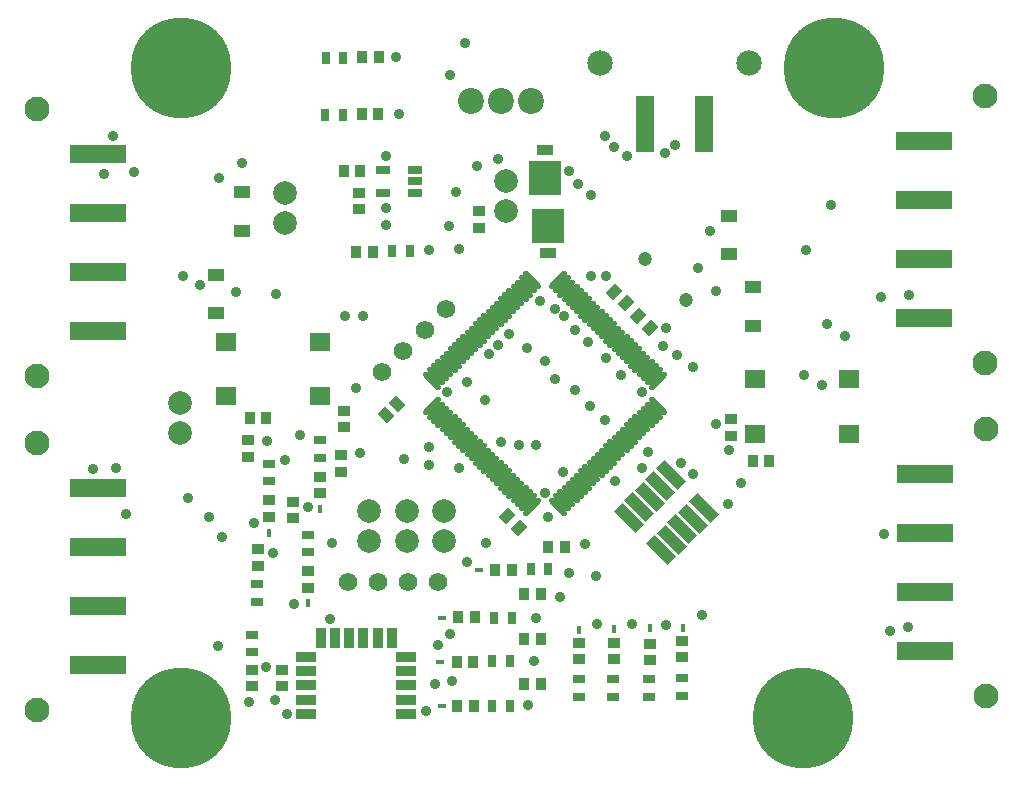
<source format=gts>
G04 Layer_Color=8388736*
%FSLAX44Y44*%
%MOMM*%
G71*
G01*
G75*
%ADD45R,0.4500X0.7747*%
%ADD46R,0.7747X0.4500*%
%ADD47R,0.7000X1.0000*%
%ADD48R,1.2000X0.8000*%
%ADD49R,1.7000X0.9000*%
%ADD50R,0.9000X1.7000*%
G04:AMPARAMS|DCode=51|XSize=0.5mm|YSize=2mm|CornerRadius=0mm|HoleSize=0mm|Usage=FLASHONLY|Rotation=315.000|XOffset=0mm|YOffset=0mm|HoleType=Round|Shape=Round|*
%AMOVALD51*
21,1,1.5000,0.5000,0.0000,0.0000,45.0*
1,1,0.5000,-0.5303,-0.5303*
1,1,0.5000,0.5303,0.5303*
%
%ADD51OVALD51*%

G04:AMPARAMS|DCode=52|XSize=0.5mm|YSize=2mm|CornerRadius=0mm|HoleSize=0mm|Usage=FLASHONLY|Rotation=225.000|XOffset=0mm|YOffset=0mm|HoleType=Round|Shape=Round|*
%AMOVALD52*
21,1,1.5000,0.5000,0.0000,0.0000,315.0*
1,1,0.5000,-0.5303,0.5303*
1,1,0.5000,0.5303,-0.5303*
%
%ADD52OVALD52*%

%ADD53C,0.0762*%
%ADD54R,1.1000X0.9000*%
%ADD55R,0.9000X1.1000*%
%ADD56R,1.6000X4.7000*%
%ADD57R,4.7000X1.6000*%
%ADD58R,1.0000X0.7000*%
%ADD59R,1.7500X1.6000*%
G04:AMPARAMS|DCode=60|XSize=2.6mm|YSize=0.96mm|CornerRadius=0mm|HoleSize=0mm|Usage=FLASHONLY|Rotation=135.000|XOffset=0mm|YOffset=0mm|HoleType=Round|Shape=Rectangle|*
%AMROTATEDRECTD60*
4,1,4,1.2587,-0.5798,0.5798,-1.2587,-1.2587,0.5798,-0.5798,1.2587,1.2587,-0.5798,0.0*
%
%ADD60ROTATEDRECTD60*%

%ADD61R,1.4000X1.0500*%
%ADD62R,1.4700X0.9620*%
%ADD63R,2.7400X2.8700*%
G04:AMPARAMS|DCode=64|XSize=1.1mm|YSize=0.9mm|CornerRadius=0mm|HoleSize=0mm|Usage=FLASHONLY|Rotation=135.000|XOffset=0mm|YOffset=0mm|HoleType=Round|Shape=Rectangle|*
%AMROTATEDRECTD64*
4,1,4,0.7071,-0.0707,0.0707,-0.7071,-0.7071,0.0707,-0.0707,0.7071,0.7071,-0.0707,0.0*
%
%ADD64ROTATEDRECTD64*%

G04:AMPARAMS|DCode=65|XSize=1.1mm|YSize=0.9mm|CornerRadius=0mm|HoleSize=0mm|Usage=FLASHONLY|Rotation=225.000|XOffset=0mm|YOffset=0mm|HoleType=Round|Shape=Rectangle|*
%AMROTATEDRECTD65*
4,1,4,0.0707,0.7071,0.7071,0.0707,-0.0707,-0.7071,-0.7071,-0.0707,0.0707,0.7071,0.0*
%
%ADD65ROTATEDRECTD65*%

%ADD66C,8.5000*%
%ADD67C,2.0000*%
%ADD68C,1.2000*%
%ADD69C,2.2000*%
%ADD70C,2.1500*%
%ADD71C,2.1532*%
%ADD72C,1.5716*%
%ADD73C,2.1000*%
%ADD74C,0.9000*%
D45*
X1099820Y455951D02*
D03*
X1071880D02*
D03*
X1041400Y455231D02*
D03*
X1012236Y454850D02*
D03*
X792479Y557368D02*
D03*
X782319Y477357D02*
D03*
X749301Y536638D02*
D03*
D46*
X896049Y464820D02*
D03*
X927798Y505460D02*
D03*
X894629Y427190D02*
D03*
X895987Y390360D02*
D03*
D47*
X812000Y890740D02*
D03*
X797000D02*
D03*
X940100Y464820D02*
D03*
X955100D02*
D03*
X971080Y506260D02*
D03*
X986080D02*
D03*
X938530Y427990D02*
D03*
X953530D02*
D03*
X938830Y390360D02*
D03*
X953830D02*
D03*
X853670Y775015D02*
D03*
X868670D02*
D03*
X812650Y939000D02*
D03*
X797650D02*
D03*
D48*
X873540Y824890D02*
D03*
Y834390D02*
D03*
Y843890D02*
D03*
X846040D02*
D03*
Y824890D02*
D03*
D49*
X781050Y383670D02*
D03*
Y395670D02*
D03*
Y407670D02*
D03*
Y419670D02*
D03*
Y431670D02*
D03*
X866050D02*
D03*
Y419670D02*
D03*
Y407670D02*
D03*
Y395670D02*
D03*
Y383670D02*
D03*
D50*
X793550Y448170D02*
D03*
X805550D02*
D03*
X817550D02*
D03*
X829550D02*
D03*
X841550D02*
D03*
X853550D02*
D03*
D51*
X1079180Y665778D02*
D03*
X1075645Y669313D02*
D03*
X1072109Y672849D02*
D03*
X1068574Y676385D02*
D03*
X1065038Y679920D02*
D03*
X1061503Y683456D02*
D03*
X1057967Y686991D02*
D03*
X1054432Y690527D02*
D03*
X1050896Y694062D02*
D03*
X1047361Y697598D02*
D03*
X1043825Y701133D02*
D03*
X1040290Y704669D02*
D03*
X1036754Y708204D02*
D03*
X1033219Y711740D02*
D03*
X1029683Y715275D02*
D03*
X1026147Y718811D02*
D03*
X1022612Y722346D02*
D03*
X1019076Y725882D02*
D03*
X1015541Y729417D02*
D03*
X1012005Y732953D02*
D03*
X1008470Y736488D02*
D03*
X1004934Y740024D02*
D03*
X1001399Y743560D02*
D03*
X997863Y747095D02*
D03*
X994328Y750631D02*
D03*
X887554Y643858D02*
D03*
X891090Y640322D02*
D03*
X894625Y636786D02*
D03*
X898161Y633251D02*
D03*
X901697Y629715D02*
D03*
X905232Y626180D02*
D03*
X908768Y622644D02*
D03*
X912303Y619109D02*
D03*
X915839Y615573D02*
D03*
X919374Y612038D02*
D03*
X922910Y608502D02*
D03*
X926445Y604967D02*
D03*
X929981Y601431D02*
D03*
X933516Y597896D02*
D03*
X937052Y594360D02*
D03*
X940587Y590825D02*
D03*
X944123Y587289D02*
D03*
X947659Y583754D02*
D03*
X951194Y580218D02*
D03*
X954730Y576682D02*
D03*
X958265Y573147D02*
D03*
X961801Y569611D02*
D03*
X965336Y566076D02*
D03*
X968872Y562540D02*
D03*
X972407Y559005D02*
D03*
D52*
Y750631D02*
D03*
X968872Y747095D02*
D03*
X965336Y743560D02*
D03*
X961801Y740024D02*
D03*
X958265Y736488D02*
D03*
X954730Y732953D02*
D03*
X951194Y729417D02*
D03*
X947659Y725882D02*
D03*
X944123Y722346D02*
D03*
X940587Y718811D02*
D03*
X937052Y715275D02*
D03*
X933516Y711740D02*
D03*
X929981Y708204D02*
D03*
X926445Y704669D02*
D03*
X922910Y701133D02*
D03*
X919374Y697598D02*
D03*
X915839Y694062D02*
D03*
X912303Y690527D02*
D03*
X908768Y686991D02*
D03*
X905232Y683456D02*
D03*
X901697Y679920D02*
D03*
X898161Y676385D02*
D03*
X894625Y672849D02*
D03*
X891090Y669313D02*
D03*
X887554Y665778D02*
D03*
X994328Y559005D02*
D03*
X997863Y562540D02*
D03*
X1001399Y566076D02*
D03*
X1004934Y569611D02*
D03*
X1008470Y573147D02*
D03*
X1012005Y576682D02*
D03*
X1015541Y580218D02*
D03*
X1019076Y583754D02*
D03*
X1022612Y587289D02*
D03*
X1026147Y590825D02*
D03*
X1029683Y594360D02*
D03*
X1033219Y597896D02*
D03*
X1036754Y601431D02*
D03*
X1040290Y604967D02*
D03*
X1043825Y608502D02*
D03*
X1047361Y612038D02*
D03*
X1050896Y615573D02*
D03*
X1054432Y619109D02*
D03*
X1057967Y622644D02*
D03*
X1061503Y626180D02*
D03*
X1065038Y629715D02*
D03*
X1068574Y633251D02*
D03*
X1072109Y636786D02*
D03*
X1075645Y640322D02*
D03*
X1079180Y643858D02*
D03*
D53*
X1099820Y458470D02*
D03*
Y453220D02*
D03*
X1071880Y458470D02*
D03*
Y453220D02*
D03*
X1041400Y457751D02*
D03*
Y452501D02*
D03*
X1012236Y457370D02*
D03*
Y452120D02*
D03*
X792480Y554848D02*
D03*
Y560098D02*
D03*
X782320Y474838D02*
D03*
Y480088D02*
D03*
X749300Y534119D02*
D03*
Y539369D02*
D03*
X893529Y464820D02*
D03*
X898779D02*
D03*
X925279Y505460D02*
D03*
X930529D02*
D03*
X892109Y427190D02*
D03*
X897359D02*
D03*
X893468Y390360D02*
D03*
X898718D02*
D03*
D54*
X734860Y406870D02*
D03*
Y420870D02*
D03*
X1099397Y431398D02*
D03*
Y445398D02*
D03*
X1071926Y429008D02*
D03*
Y443008D02*
D03*
X1041447Y429628D02*
D03*
Y443628D02*
D03*
X1012236Y429628D02*
D03*
Y443628D02*
D03*
X810260Y602630D02*
D03*
Y588630D02*
D03*
X769620Y563260D02*
D03*
Y549260D02*
D03*
X731520Y615330D02*
D03*
Y601330D02*
D03*
X792480Y570200D02*
D03*
Y584200D02*
D03*
X782320Y490190D02*
D03*
Y504190D02*
D03*
X749300Y550505D02*
D03*
Y564505D02*
D03*
X739940Y509120D02*
D03*
Y523120D02*
D03*
X812800Y626110D02*
D03*
Y640110D02*
D03*
X760730Y421020D02*
D03*
Y407020D02*
D03*
X825500Y810880D02*
D03*
Y824880D02*
D03*
X927100Y809290D02*
D03*
Y795290D02*
D03*
X1140460Y619110D02*
D03*
Y633110D02*
D03*
D55*
X823660Y774215D02*
D03*
X837660D02*
D03*
X842010Y891540D02*
D03*
X828010D02*
D03*
X842660Y939800D02*
D03*
X828660D02*
D03*
X1000140Y524510D02*
D03*
X986140D02*
D03*
X979820Y447040D02*
D03*
X965820D02*
D03*
X979820Y408940D02*
D03*
X965820D02*
D03*
X941070Y505460D02*
D03*
X955070D02*
D03*
X908520Y427190D02*
D03*
X922520D02*
D03*
X979820Y485140D02*
D03*
X965820D02*
D03*
X908820Y390360D02*
D03*
X922820D02*
D03*
X910090Y465290D02*
D03*
X924090D02*
D03*
X733410Y633730D02*
D03*
X747410D02*
D03*
X1159157Y597825D02*
D03*
X1173157D02*
D03*
X812770Y843280D02*
D03*
X826770D02*
D03*
D56*
X1117700Y883220D02*
D03*
X1067700D02*
D03*
D57*
X1304290Y868350D02*
D03*
Y818350D02*
D03*
Y768350D02*
D03*
Y718350D02*
D03*
X1304860Y586840D02*
D03*
Y536840D02*
D03*
Y486840D02*
D03*
Y436840D02*
D03*
X604520Y707390D02*
D03*
Y757390D02*
D03*
Y807390D02*
D03*
Y857390D02*
D03*
Y424980D02*
D03*
Y474980D02*
D03*
Y524980D02*
D03*
Y574980D02*
D03*
D58*
X792950Y600210D02*
D03*
Y615210D02*
D03*
X749300Y580515D02*
D03*
Y595515D02*
D03*
X782320Y520200D02*
D03*
Y535200D02*
D03*
X735330Y435610D02*
D03*
Y450610D02*
D03*
X739470Y493110D02*
D03*
Y478110D02*
D03*
X1099350Y413870D02*
D03*
Y398870D02*
D03*
X1071457Y412998D02*
D03*
Y397998D02*
D03*
X1040976Y412998D02*
D03*
Y397998D02*
D03*
X1011767Y412998D02*
D03*
Y397998D02*
D03*
D59*
X1240577Y666685D02*
D03*
X1161077D02*
D03*
X1240577Y620685D02*
D03*
X1161077D02*
D03*
X713360Y652640D02*
D03*
X792860D02*
D03*
X713360Y698640D02*
D03*
X792860D02*
D03*
D60*
X1090022Y585469D02*
D03*
X1117599Y557892D02*
D03*
X1081042Y576489D02*
D03*
X1108619Y548912D02*
D03*
X1072061Y567509D02*
D03*
X1099639Y539931D02*
D03*
X1063081Y558528D02*
D03*
X1090658Y530951D02*
D03*
X1054101Y549548D02*
D03*
X1081678Y521971D02*
D03*
D61*
X1159827Y744855D02*
D03*
Y712355D02*
D03*
X726440Y792480D02*
D03*
Y824980D02*
D03*
X704850Y722630D02*
D03*
Y755130D02*
D03*
X1139190Y805180D02*
D03*
Y772680D02*
D03*
D62*
X982980Y861045D02*
D03*
X985520Y773445D02*
D03*
D63*
X982980Y837550D02*
D03*
X985520Y796940D02*
D03*
D64*
X848490Y636400D02*
D03*
X858390Y646300D02*
D03*
D65*
X961130Y541281D02*
D03*
X951230Y551180D02*
D03*
X1041614Y740999D02*
D03*
X1051514Y731100D02*
D03*
X1072168Y710445D02*
D03*
X1062269Y720344D02*
D03*
D66*
X675000Y380000D02*
D03*
X1201420D02*
D03*
X1228090Y930000D02*
D03*
X675000D02*
D03*
D67*
X949960Y808990D02*
D03*
Y834390D02*
D03*
X834390Y529590D02*
D03*
Y554990D02*
D03*
X866140Y529590D02*
D03*
Y554990D02*
D03*
X763270Y798830D02*
D03*
Y824230D02*
D03*
X897890Y529590D02*
D03*
Y554990D02*
D03*
X674370Y646430D02*
D03*
Y621030D02*
D03*
D68*
X1067925Y768569D02*
D03*
X1102432Y734062D02*
D03*
D69*
X971550Y902060D02*
D03*
X946150D02*
D03*
X920750D02*
D03*
D70*
X1155700Y934720D02*
D03*
D71*
X1029700D02*
D03*
D72*
X842010Y495300D02*
D03*
X816610D02*
D03*
X867410D02*
D03*
X892810D02*
D03*
X863510Y690790D02*
D03*
X845549Y672829D02*
D03*
X881470Y708750D02*
D03*
X899431Y726711D02*
D03*
D73*
X1355790Y906350D02*
D03*
Y680350D02*
D03*
X1356360Y624840D02*
D03*
Y398840D02*
D03*
X553020Y669390D02*
D03*
Y895390D02*
D03*
Y386980D02*
D03*
Y612980D02*
D03*
D74*
X925830Y847090D02*
D03*
X908050Y825500D02*
D03*
X746760Y422910D02*
D03*
X998220Y588010D02*
D03*
X985520Y549910D02*
D03*
X1202690Y670560D02*
D03*
X1217930Y661670D02*
D03*
X1236980Y703580D02*
D03*
X1127760Y628650D02*
D03*
X1139190Y607060D02*
D03*
X969010Y391160D02*
D03*
X676910Y754380D02*
D03*
X690880Y746760D02*
D03*
X680720Y566420D02*
D03*
X628650Y552450D02*
D03*
X698500Y549910D02*
D03*
X902623Y451430D02*
D03*
X822960Y659130D02*
D03*
X802640Y528320D02*
D03*
X1098550Y595630D02*
D03*
X1108710Y586740D02*
D03*
X1137920Y561340D02*
D03*
X1008380Y708660D02*
D03*
X707390Y836930D02*
D03*
X726440Y849630D02*
D03*
X848360Y855980D02*
D03*
X901700Y796290D02*
D03*
X943610Y853440D02*
D03*
X848360Y797560D02*
D03*
Y811530D02*
D03*
X1003300Y843280D02*
D03*
X1010920Y831850D02*
D03*
X1022350Y822960D02*
D03*
X885190Y775970D02*
D03*
X904240Y411480D02*
D03*
X1149350Y579120D02*
D03*
X885190Y594360D02*
D03*
X946150Y613410D02*
D03*
X961390Y610870D02*
D03*
X916940Y664677D02*
D03*
X932180Y648970D02*
D03*
X935990Y688340D02*
D03*
X943610Y695960D02*
D03*
X1033780Y632460D02*
D03*
X1021080Y643890D02*
D03*
X1008380Y657860D02*
D03*
X952500Y704850D02*
D03*
X967740Y693420D02*
D03*
X982980Y681990D02*
D03*
X991870Y666750D02*
D03*
X775970Y619760D02*
D03*
X1221740Y713740D02*
D03*
X1203960Y775970D02*
D03*
X1122680Y792480D02*
D03*
X1112520Y760730D02*
D03*
X1127760Y741680D02*
D03*
X902970Y924560D02*
D03*
X915670Y951230D02*
D03*
X617220Y872490D02*
D03*
X829310Y720090D02*
D03*
X814070D02*
D03*
X782320Y558800D02*
D03*
X826770Y604520D02*
D03*
X763270Y598170D02*
D03*
X709930Y533400D02*
D03*
X706120Y440690D02*
D03*
X882650Y386080D02*
D03*
X975360Y464820D02*
D03*
X974090Y427990D02*
D03*
X1085850Y458470D02*
D03*
X1116330Y467360D02*
D03*
X1027430Y459740D02*
D03*
X1056640D02*
D03*
X995680Y482600D02*
D03*
X1003300Y502920D02*
D03*
X1017270Y527050D02*
D03*
X600710Y590550D02*
D03*
X619760Y591820D02*
D03*
X609600Y840740D02*
D03*
X635000Y842010D02*
D03*
X975360Y610870D02*
D03*
X1083310Y694690D02*
D03*
X1085850Y709930D02*
D03*
X1035050Y754380D02*
D03*
X1022350D02*
D03*
X1290320Y457200D02*
D03*
X1275080Y453390D02*
D03*
X1291590Y737870D02*
D03*
X1267460Y736600D02*
D03*
X1084580Y858520D02*
D03*
X1052830Y855980D02*
D03*
X1041400Y863600D02*
D03*
X1033780Y872490D02*
D03*
X1093470Y864870D02*
D03*
X721360Y740410D02*
D03*
X1225550Y814070D02*
D03*
X857250Y939800D02*
D03*
X859790Y891540D02*
D03*
X755650Y739140D02*
D03*
X999661Y720090D02*
D03*
X1035050Y684702D02*
D03*
X1019810Y698500D02*
D03*
X1026160Y500380D02*
D03*
X1270000Y535940D02*
D03*
X910590Y777240D02*
D03*
X1108710Y676910D02*
D03*
X1094740Y687070D02*
D03*
X900186Y656125D02*
D03*
X979212Y733355D02*
D03*
X991784Y726171D02*
D03*
X1065422Y656125D02*
D03*
X983702Y570813D02*
D03*
X1047462Y670493D02*
D03*
X753110Y519430D02*
D03*
X736600Y544830D02*
D03*
X732790Y393700D02*
D03*
X754380Y394970D02*
D03*
X764540Y383540D02*
D03*
X933450Y528320D02*
D03*
X916940Y511810D02*
D03*
X910590Y591820D02*
D03*
X885190Y609600D02*
D03*
X863600Y599440D02*
D03*
X770890Y476250D02*
D03*
X892810Y441960D02*
D03*
X890270Y408940D02*
D03*
X1065711Y591820D02*
D03*
X1042670Y580390D02*
D03*
X1070610Y604881D02*
D03*
X801370Y463550D02*
D03*
X748030Y614680D02*
D03*
M02*

</source>
